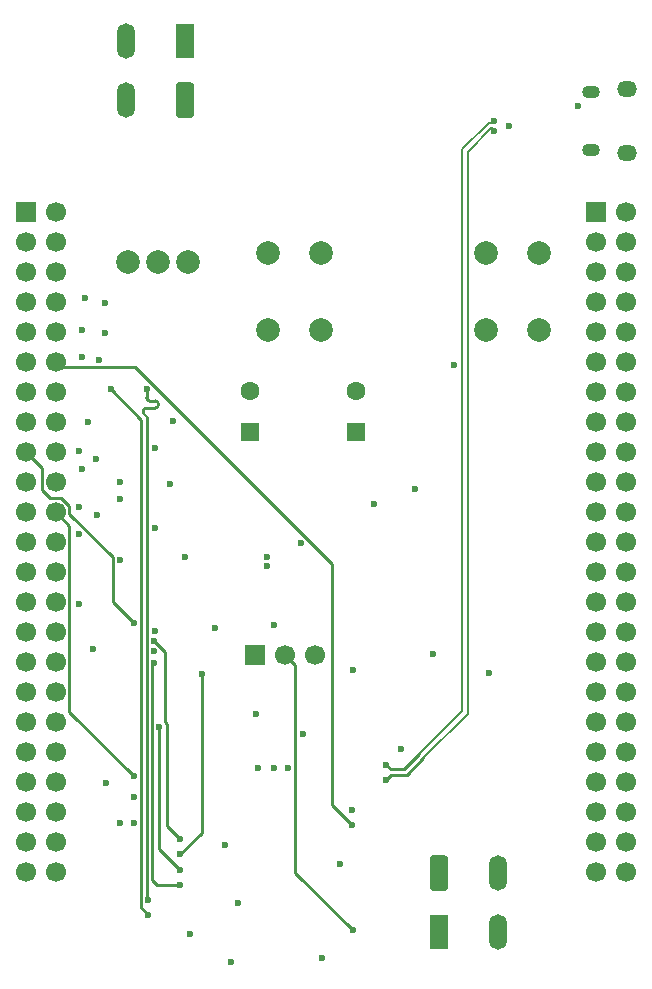
<source format=gbr>
%TF.GenerationSoftware,KiCad,Pcbnew,9.0.1+1*%
%TF.CreationDate,2025-11-22T15:40:48+00:00*%
%TF.ProjectId,com4bbb,636f6d34-6262-4622-9e6b-696361645f70,rev?*%
%TF.SameCoordinates,Original*%
%TF.FileFunction,Copper,L3,Inr*%
%TF.FilePolarity,Positive*%
%FSLAX46Y46*%
G04 Gerber Fmt 4.6, Leading zero omitted, Abs format (unit mm)*
G04 Created by KiCad (PCBNEW 9.0.1+1) date 2025-11-22 15:40:48*
%MOMM*%
%LPD*%
G01*
G04 APERTURE LIST*
G04 Aperture macros list*
%AMRoundRect*
0 Rectangle with rounded corners*
0 $1 Rounding radius*
0 $2 $3 $4 $5 $6 $7 $8 $9 X,Y pos of 4 corners*
0 Add a 4 corners polygon primitive as box body*
4,1,4,$2,$3,$4,$5,$6,$7,$8,$9,$2,$3,0*
0 Add four circle primitives for the rounded corners*
1,1,$1+$1,$2,$3*
1,1,$1+$1,$4,$5*
1,1,$1+$1,$6,$7*
1,1,$1+$1,$8,$9*
0 Add four rect primitives between the rounded corners*
20,1,$1+$1,$2,$3,$4,$5,0*
20,1,$1+$1,$4,$5,$6,$7,0*
20,1,$1+$1,$6,$7,$8,$9,0*
20,1,$1+$1,$8,$9,$2,$3,0*%
G04 Aperture macros list end*
%TA.AperFunction,ComponentPad*%
%ADD10R,1.700000X1.700000*%
%TD*%
%TA.AperFunction,ComponentPad*%
%ADD11C,1.700000*%
%TD*%
%TA.AperFunction,ComponentPad*%
%ADD12RoundRect,0.250001X-0.499999X-1.249999X0.499999X-1.249999X0.499999X1.249999X-0.499999X1.249999X0*%
%TD*%
%TA.AperFunction,ComponentPad*%
%ADD13R,1.500000X3.000000*%
%TD*%
%TA.AperFunction,ComponentPad*%
%ADD14O,1.500000X3.000000*%
%TD*%
%TA.AperFunction,ComponentPad*%
%ADD15C,2.000000*%
%TD*%
%TA.AperFunction,ComponentPad*%
%ADD16RoundRect,0.250001X0.499999X1.249999X-0.499999X1.249999X-0.499999X-1.249999X0.499999X-1.249999X0*%
%TD*%
%TA.AperFunction,ComponentPad*%
%ADD17RoundRect,0.250000X0.550000X-0.550000X0.550000X0.550000X-0.550000X0.550000X-0.550000X-0.550000X0*%
%TD*%
%TA.AperFunction,ComponentPad*%
%ADD18C,1.600000*%
%TD*%
%TA.AperFunction,HeatsinkPad*%
%ADD19O,1.700000X1.350000*%
%TD*%
%TA.AperFunction,HeatsinkPad*%
%ADD20O,1.500000X1.100000*%
%TD*%
%TA.AperFunction,ViaPad*%
%ADD21C,0.600000*%
%TD*%
%TA.AperFunction,Conductor*%
%ADD22C,0.250000*%
%TD*%
%TA.AperFunction,Conductor*%
%ADD23C,0.200000*%
%TD*%
G04 APERTURE END LIST*
D10*
%TO.N,GNDD*%
%TO.C,P8*%
X164630100Y-62382400D03*
D11*
X167170100Y-62382400D03*
%TO.N,unconnected-(P8-Pin_3-Pad3)*%
X164630100Y-64922400D03*
%TO.N,unconnected-(P8-Pin_4-Pad4)*%
X167170100Y-64922400D03*
%TO.N,unconnected-(P8-Pin_5-Pad5)*%
X164630100Y-67462400D03*
%TO.N,unconnected-(P8-Pin_6-Pad6)*%
X167170100Y-67462400D03*
%TO.N,/LED0*%
X164630100Y-70002400D03*
%TO.N,/LED1*%
X167170100Y-70002400D03*
%TO.N,/LED2*%
X164630100Y-72542400D03*
%TO.N,/LED3*%
X167170100Y-72542400D03*
%TO.N,/LED4*%
X164630100Y-75082400D03*
%TO.N,/LED5*%
X167170100Y-75082400D03*
%TO.N,/LED6*%
X164630100Y-77622400D03*
%TO.N,/LED7*%
X167170100Y-77622400D03*
%TO.N,/LED8*%
X164630100Y-80162400D03*
%TO.N,/LED9*%
X167170100Y-80162400D03*
%TO.N,/LED10*%
X164630100Y-82702400D03*
%TO.N,/LED11*%
X167170100Y-82702400D03*
%TO.N,/LED12*%
X164630100Y-85242400D03*
%TO.N,unconnected-(P8-Pin_20-Pad20)*%
X167170100Y-85242400D03*
%TO.N,unconnected-(P8-Pin_21-Pad21)*%
X164630100Y-87782400D03*
%TO.N,unconnected-(P8-Pin_22-Pad22)*%
X167170100Y-87782400D03*
%TO.N,unconnected-(P8-Pin_23-Pad23)*%
X164630100Y-90322400D03*
%TO.N,unconnected-(P8-Pin_24-Pad24)*%
X167170100Y-90322400D03*
%TO.N,unconnected-(P8-Pin_25-Pad25)*%
X164630100Y-92862400D03*
%TO.N,unconnected-(P8-Pin_26-Pad26)*%
X167170100Y-92862400D03*
%TO.N,unconnected-(P8-Pin_27-Pad27)*%
X164630100Y-95402400D03*
%TO.N,unconnected-(P8-Pin_28-Pad28)*%
X167170100Y-95402400D03*
%TO.N,unconnected-(P8-Pin_29-Pad29)*%
X164630100Y-97942400D03*
%TO.N,unconnected-(P8-Pin_30-Pad30)*%
X167170100Y-97942400D03*
%TO.N,unconnected-(P8-Pin_31-Pad31)*%
X164630100Y-100482400D03*
%TO.N,unconnected-(P8-Pin_32-Pad32)*%
X167170100Y-100482400D03*
%TO.N,unconnected-(P8-Pin_33-Pad33)*%
X164630100Y-103022400D03*
%TO.N,unconnected-(P8-Pin_34-Pad34)*%
X167170100Y-103022400D03*
%TO.N,unconnected-(P8-Pin_35-Pad35)*%
X164630100Y-105562400D03*
%TO.N,unconnected-(P8-Pin_36-Pad36)*%
X167170100Y-105562400D03*
%TO.N,unconnected-(P8-Pin_37-Pad37)*%
X164630100Y-108102400D03*
%TO.N,unconnected-(P8-Pin_38-Pad38)*%
X167170100Y-108102400D03*
%TO.N,unconnected-(P8-Pin_39-Pad39)*%
X164630100Y-110642400D03*
%TO.N,unconnected-(P8-Pin_40-Pad40)*%
X167170100Y-110642400D03*
%TO.N,unconnected-(P8-Pin_41-Pad41)*%
X164630100Y-113182400D03*
%TO.N,unconnected-(P8-Pin_42-Pad42)*%
X167170100Y-113182400D03*
%TO.N,unconnected-(P8-Pin_43-Pad43)*%
X164630100Y-115722400D03*
%TO.N,unconnected-(P8-Pin_44-Pad44)*%
X167170100Y-115722400D03*
%TO.N,unconnected-(P8-Pin_45-Pad45)*%
X164630100Y-118262400D03*
%TO.N,unconnected-(P8-Pin_46-Pad46)*%
X167170100Y-118262400D03*
%TD*%
D10*
%TO.N,GNDD*%
%TO.C,P9*%
X116370100Y-62382400D03*
D11*
X118910100Y-62382400D03*
%TO.N,+3V3*%
X116370100Y-64922400D03*
X118910100Y-64922400D03*
%TO.N,+5V*%
X116370100Y-67462400D03*
X118910100Y-67462400D03*
%TO.N,SYS_5V*%
X116370100Y-70002400D03*
X118910100Y-70002400D03*
%TO.N,PWR_BUT*%
X116370100Y-72542400D03*
%TO.N,SYS_RESETN*%
X118910100Y-72542400D03*
%TO.N,/UART4_RXD*%
X116370100Y-75082400D03*
%TO.N,/GPIO_60*%
X118910100Y-75082400D03*
%TO.N,/UART4_TXD*%
X116370100Y-77622400D03*
%TO.N,/RTC_INT*%
X118910100Y-77622400D03*
%TO.N,/GPIO_48*%
X116370100Y-80162400D03*
%TO.N,unconnected-(P9-Pin_16-Pad16)*%
X118910100Y-80162400D03*
%TO.N,/SPI0_CS0*%
X116370100Y-82702400D03*
%TO.N,/SPI0_D1*%
X118910100Y-82702400D03*
%TO.N,/SCL*%
X116370100Y-85242400D03*
%TO.N,/SDA*%
X118910100Y-85242400D03*
%TO.N,/SPI0_D0*%
X116370100Y-87782400D03*
%TO.N,/SPI0_SCLK*%
X118910100Y-87782400D03*
%TO.N,unconnected-(P9-Pin_23-Pad23)*%
X116370100Y-90322400D03*
%TO.N,/UART1_TXD*%
X118910100Y-90322400D03*
%TO.N,unconnected-(P9-Pin_25-Pad25)*%
X116370100Y-92862400D03*
%TO.N,/UART1_RXD*%
X118910100Y-92862400D03*
%TO.N,/GPIO_125*%
X116370100Y-95402400D03*
%TO.N,unconnected-(P9-Pin_28-Pad28)*%
X118910100Y-95402400D03*
%TO.N,unconnected-(P9-Pin_29-Pad29)*%
X116370100Y-97942400D03*
%TO.N,/GPIO_122*%
X118910100Y-97942400D03*
%TO.N,unconnected-(P9-Pin_31-Pad31)*%
X116370100Y-100482400D03*
%TO.N,VDD_ADC*%
X118910100Y-100482400D03*
%TO.N,unconnected-(P9-Pin_33-Pad33)*%
X116370100Y-103022400D03*
%TO.N,GNDA_ADC*%
X118910100Y-103022400D03*
%TO.N,unconnected-(P9-Pin_35-Pad35)*%
X116370100Y-105562400D03*
%TO.N,unconnected-(P9-Pin_36-Pad36)*%
X118910100Y-105562400D03*
%TO.N,unconnected-(P9-Pin_37-Pad37)*%
X116370100Y-108102400D03*
%TO.N,unconnected-(P9-Pin_38-Pad38)*%
X118910100Y-108102400D03*
%TO.N,unconnected-(P9-Pin_39-Pad39)*%
X116370100Y-110642400D03*
%TO.N,unconnected-(P9-Pin_40-Pad40)*%
X118910100Y-110642400D03*
%TO.N,/GPIO_20*%
X116370100Y-113182400D03*
%TO.N,unconnected-(P9-Pin_42-Pad42)*%
X118910100Y-113182400D03*
%TO.N,GNDD*%
X116370100Y-115722400D03*
X118910100Y-115722400D03*
X116370100Y-118262400D03*
X118910100Y-118262400D03*
%TD*%
D12*
%TO.N,Net-(J101-Pin_1)*%
%TO.C,J101*%
X151370100Y-118382400D03*
D13*
X151370100Y-123382400D03*
D14*
%TO.N,Net-(J101-Pin_2)*%
X156370100Y-118382400D03*
X156370100Y-123382400D03*
%TD*%
D15*
%TO.N,SYS_RESETN*%
%TO.C,SW101*%
X155370100Y-72382400D03*
X155370100Y-65882400D03*
%TO.N,GNDD*%
X159870100Y-72382400D03*
X159870100Y-65882400D03*
%TD*%
%TO.N,PWR_BUT*%
%TO.C,SW102*%
X136870100Y-72382400D03*
X136870100Y-65882400D03*
%TO.N,GNDD*%
X141370100Y-72382400D03*
X141370100Y-65882400D03*
%TD*%
D16*
%TO.N,GNDD*%
%TO.C,J102*%
X129870100Y-52882400D03*
D13*
X129870100Y-47882400D03*
D14*
%TO.N,Net-(D114-A)*%
X124870100Y-52882400D03*
X124870100Y-47882400D03*
%TD*%
D15*
%TO.N,Net-(D114-K)*%
%TO.C,U102*%
X130160100Y-66632400D03*
%TO.N,GNDD*%
X127620100Y-66632400D03*
%TO.N,+5V*%
X125080100Y-66632400D03*
%TD*%
D17*
%TO.N,/Vbat*%
%TO.C,C103*%
X135370100Y-81035051D03*
D18*
%TO.N,GNDD*%
X135370100Y-77535051D03*
%TD*%
D17*
%TO.N,/Vbat*%
%TO.C,C104*%
X144370100Y-81035051D03*
D18*
%TO.N,GNDD*%
X144370100Y-77535051D03*
%TD*%
D19*
%TO.N,Net-(J201-Shield)*%
%TO.C,J201*%
X167250100Y-57412400D03*
D20*
X164250100Y-57102400D03*
X164250100Y-52262400D03*
D19*
X167250100Y-51952400D03*
%TD*%
D10*
%TO.N,/ESP32/~{RST}*%
%TO.C,JP203*%
X135830100Y-99882400D03*
D11*
%TO.N,Net-(JP203-C)*%
X138370100Y-99882400D03*
%TO.N,/GPIO_125*%
X140910100Y-99882400D03*
%TD*%
D21*
%TO.N,GNDD*%
X133770100Y-125882400D03*
X122620100Y-74882400D03*
X130270100Y-123482400D03*
X129870100Y-91582400D03*
X121370100Y-69632400D03*
X128870100Y-80082400D03*
X128570100Y-85382400D03*
X123120100Y-70132400D03*
X127245100Y-99582400D03*
X163170100Y-53382400D03*
X148120100Y-107882400D03*
X120870100Y-95582400D03*
X144120100Y-101132400D03*
X120870100Y-82632400D03*
X120870100Y-87382400D03*
X135870100Y-104882400D03*
X121120100Y-72382400D03*
X141470100Y-125582400D03*
X120870100Y-89682400D03*
X124370100Y-91882400D03*
X123120100Y-72632400D03*
X134370100Y-120882400D03*
X121170100Y-84182400D03*
X121120100Y-74632400D03*
X132370100Y-97632400D03*
X157270100Y-55082400D03*
X133270100Y-115982400D03*
X122070100Y-99382400D03*
X121620100Y-80132400D03*
X137370100Y-97382400D03*
X142970100Y-117582400D03*
%TO.N,+3V3*%
X152620100Y-75382400D03*
X127370100Y-97828400D03*
X127370100Y-82382400D03*
X127370100Y-89132400D03*
%TO.N,SYS_RESETN*%
X149370100Y-85882400D03*
%TO.N,/SPI0_D1*%
X124370100Y-114132400D03*
%TO.N,/SPI0_D0*%
X123170099Y-110772399D03*
%TO.N,/GPIO_60*%
X143970100Y-114282400D03*
%TO.N,/GPIO_48*%
X150902600Y-99849900D03*
%TO.N,/SPI0_CS0*%
X139870100Y-106582400D03*
X125544100Y-97203400D03*
%TO.N,/SCL*%
X124370100Y-86682400D03*
X136797652Y-92381928D03*
X139687042Y-90449342D03*
%TO.N,/SDA*%
X136770100Y-91582400D03*
X124370100Y-85242400D03*
%TO.N,/SPI0_SCLK*%
X125537012Y-110162188D03*
X137370100Y-109482400D03*
%TO.N,/UART1_RXD*%
X155620100Y-101382400D03*
%TO.N,/GPIO_20*%
X143970100Y-112982400D03*
%TO.N,/ESP32/TCK*%
X129470100Y-115482400D03*
X127245100Y-98682400D03*
%TO.N,/ESP32/TDI*%
X129470100Y-118082400D03*
X127696100Y-105982400D03*
%TO.N,/ESP32/TDO*%
X131270100Y-101482400D03*
X129470100Y-116782400D03*
%TO.N,/ESP32/TMS*%
X127245100Y-100582400D03*
X129470100Y-119382400D03*
%TO.N,Net-(JP104-A)*%
X122385100Y-88017400D03*
X122370100Y-83282400D03*
%TO.N,Net-(JP201-C)*%
X123570100Y-77382400D03*
X126770100Y-121882400D03*
%TO.N,Net-(JP202-C)*%
X126620100Y-77382400D03*
X126770100Y-120682400D03*
%TO.N,Net-(JP203-C)*%
X144070100Y-123182400D03*
%TO.N,Net-(JP204-C)*%
X138570100Y-109482400D03*
X125544100Y-114133400D03*
%TO.N,Net-(JP205-C)*%
X125544100Y-111882400D03*
X136070100Y-109482400D03*
%TO.N,/ESP32/D+*%
X146870100Y-109182400D03*
X156070100Y-54657400D03*
%TO.N,/ESP32/D-*%
X156070100Y-55507400D03*
X146870100Y-110482400D03*
%TO.N,/RTC_INT*%
X145870100Y-87132400D03*
%TD*%
D22*
%TO.N,/GPIO_60*%
X142306100Y-112618400D02*
X142306100Y-92183102D01*
X142306100Y-92183102D02*
X125631398Y-75508400D01*
X119336100Y-75508400D02*
X118910100Y-75082400D01*
X125631398Y-75508400D02*
X119336100Y-75508400D01*
X143970100Y-114282400D02*
X142306100Y-112618400D01*
%TO.N,/SPI0_CS0*%
X123744100Y-95403400D02*
X125544100Y-97203400D01*
X118422984Y-86606400D02*
X119397216Y-86606400D01*
X123744100Y-91623102D02*
X123744100Y-95403400D01*
X117734100Y-84066400D02*
X117734100Y-85917516D01*
X117734100Y-85917516D02*
X118422984Y-86606400D01*
X116370100Y-82702400D02*
X117734100Y-84066400D01*
X120086100Y-87965102D02*
X123744100Y-91623102D01*
X120086100Y-87295284D02*
X120086100Y-87965102D01*
X119397216Y-86606400D02*
X120086100Y-87295284D01*
%TO.N,/SPI0_SCLK*%
X120086100Y-88958400D02*
X120086100Y-104711276D01*
X118910100Y-87782400D02*
X120086100Y-88958400D01*
X120086100Y-104711276D02*
X125537012Y-110162188D01*
%TO.N,/ESP32/TCK*%
X128370100Y-114382400D02*
X128370100Y-105771102D01*
X129470100Y-115482400D02*
X128370100Y-114382400D01*
X128176650Y-105577652D02*
X128176650Y-99613950D01*
X128176650Y-99613950D02*
X127245100Y-98682400D01*
X128370100Y-105771102D02*
X128176650Y-105577652D01*
%TO.N,/ESP32/TDI*%
X127696100Y-105982400D02*
X127696100Y-116308400D01*
X127696100Y-116308400D02*
X129470100Y-118082400D01*
%TO.N,/ESP32/TDO*%
X131303550Y-101515850D02*
X131303550Y-114948950D01*
X131303550Y-114948950D02*
X129470100Y-116782400D01*
X131270100Y-101482400D02*
X131303550Y-101515850D01*
%TO.N,/ESP32/TMS*%
X127470100Y-119382400D02*
X127071100Y-118983400D01*
X127071100Y-100756400D02*
X127245100Y-100582400D01*
X129470100Y-119382400D02*
X127470100Y-119382400D01*
X127071100Y-118983400D02*
X127071100Y-100756400D01*
%TO.N,Net-(JP201-C)*%
X126169100Y-79981400D02*
X126169100Y-120398102D01*
X126144100Y-120423102D02*
X126144100Y-121256400D01*
X126169100Y-120398102D02*
X126144100Y-120423102D01*
X123570100Y-77382400D02*
X126169100Y-79981400D01*
X126144100Y-121256400D02*
X126770100Y-121882400D01*
%TO.N,Net-(JP202-C)*%
X126481977Y-78981227D02*
X127364031Y-78981227D01*
X127604031Y-78621227D02*
X127604031Y-78741227D01*
X126620100Y-79719350D02*
X126620100Y-120532400D01*
X126620100Y-120532400D02*
X126770100Y-120682400D01*
X126860100Y-78381227D02*
X127364031Y-78381227D01*
X126620100Y-77382400D02*
X126620100Y-78141227D01*
X126343854Y-79119350D02*
X126343854Y-79443104D01*
X126343854Y-79443104D02*
G75*
G03*
X126481977Y-79581246I138146J4D01*
G01*
X126620100Y-78141227D02*
G75*
G03*
X126860100Y-78381200I240000J27D01*
G01*
X126481977Y-79581227D02*
G75*
G02*
X126620073Y-79719350I23J-138073D01*
G01*
X127604031Y-78741227D02*
G75*
G02*
X127364031Y-78981231I-240031J27D01*
G01*
X126481977Y-78981227D02*
G75*
G03*
X126343927Y-79119350I23J-138073D01*
G01*
X127364031Y-78381227D02*
G75*
G02*
X127603973Y-78621227I-31J-239973D01*
G01*
%TO.N,Net-(JP203-C)*%
X144070100Y-123182400D02*
X139220100Y-118332400D01*
X139220100Y-100732400D02*
X138370100Y-99882400D01*
X139220100Y-118332400D02*
X139220100Y-100732400D01*
D23*
%TO.N,/ESP32/D+*%
X155870101Y-54857399D02*
X155576903Y-54857399D01*
D22*
X148416546Y-109582400D02*
X149693323Y-108305623D01*
X147270100Y-109582400D02*
X148416546Y-109582400D01*
X146870100Y-109182400D02*
X147270100Y-109582400D01*
D23*
X153345100Y-104653846D02*
X149693323Y-108305623D01*
X156070100Y-54657400D02*
X155870101Y-54857399D01*
X153345100Y-57089202D02*
X153345100Y-104653846D01*
X155576903Y-54857399D02*
X153345100Y-57089202D01*
%TO.N,/ESP32/D-*%
X156070100Y-55507400D02*
X155870101Y-55307401D01*
D22*
X146870100Y-110482400D02*
X147270100Y-110082400D01*
D23*
X155763297Y-55307401D02*
X153795100Y-57275598D01*
D22*
X147270100Y-110082400D02*
X148623654Y-110082400D01*
D23*
X153795100Y-104910954D02*
X150046877Y-108659177D01*
X155870101Y-55307401D02*
X155763297Y-55307401D01*
X153795100Y-57275598D02*
X153795100Y-104910954D01*
D22*
X148623654Y-110082400D02*
X150046877Y-108659177D01*
%TD*%
M02*

</source>
